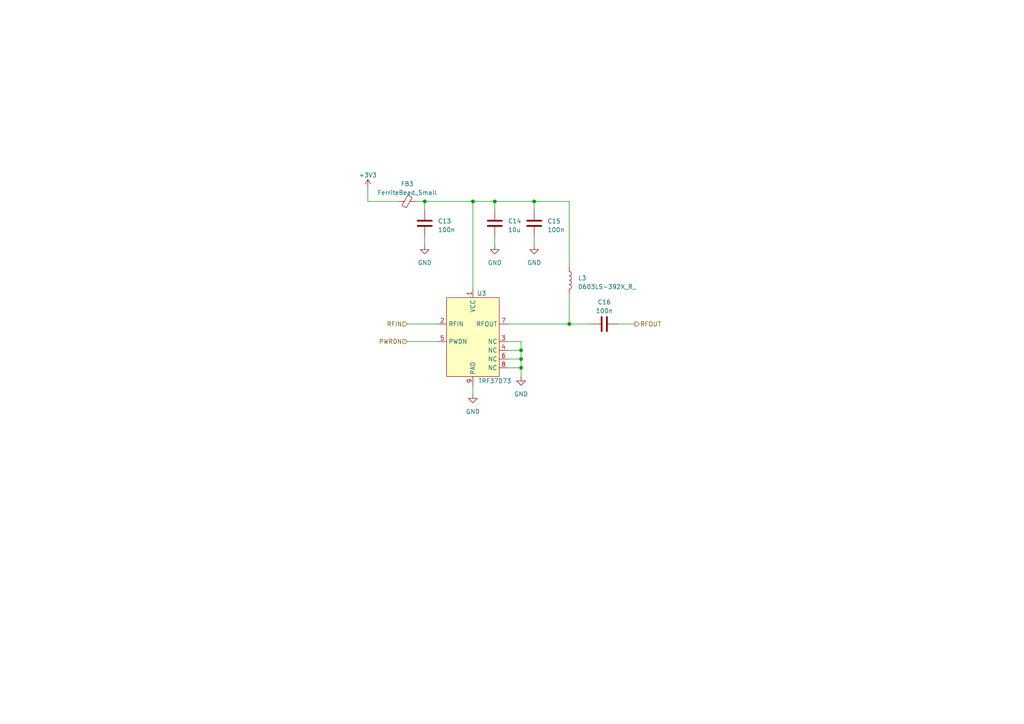
<source format=kicad_sch>
(kicad_sch (version 20210406) (generator eeschema)
  (paper "A4")
  (lib_symbols
    (symbol "Device:C" (pin_numbers hide) (pin_names (offset 0.254))
      (property "Reference" "C" (at 0.635 2.54 0))
      (property "Value" "C" (at 0.635 -2.54 0))
      (symbol "C_0_1"
        (polyline (pts (xy -2.032 -0.762) (xy 2.032 -0.762)) (stroke (width 0.508)))
        (polyline (pts (xy -2.032 0.762) (xy 2.032 0.762)) (stroke (width 0.508)))
      )
      (symbol "C_1_1"
        (pin passive line (at 0 3.81 270) (length 2.794) (name "~") (number "1"))
        (pin passive line (at 0 -3.81 90) (length 2.794) (name "~") (number "2"))
      )
    )
    (symbol "Device:FerriteBead_Small" (pin_numbers hide) (pin_names (offset 0))
      (property "Reference" "FB" (at 1.905 1.27 0))
      (property "Value" "FerriteBead_Small" (at 1.905 -1.27 0))
      (symbol "FerriteBead_Small_0_1"
        (polyline (pts (xy 0 -1.27) (xy 0 -0.7874)))
        (polyline (pts (xy 0 0.889) (xy 0 1.2954)))
        (polyline (pts (xy -1.8288 0.2794) (xy -1.1176 1.4986) (xy 1.8288 -0.2032) (xy 1.1176 -1.4224) (xy -1.8288 0.2794)))
      )
      (symbol "FerriteBead_Small_1_1"
        (pin passive line (at 0 2.54 270) (length 1.27) (name "~") (number "1"))
        (pin passive line (at 0 -2.54 90) (length 1.27) (name "~") (number "2"))
      )
    )
    (symbol "Device:L" (pin_numbers hide) (pin_names (offset 1.016) hide)
      (property "Reference" "L" (at -1.27 0 90))
      (property "Value" "L" (at 1.905 0 90))
      (symbol "L_0_1"
        (arc (start 0 -2.54) (end 0 -1.27) (radius (at 0 -1.905) (length 0.635) (angles -89.9 89.9)))
        (arc (start 0 -1.27) (end 0 0) (radius (at 0 -0.635) (length 0.635) (angles -89.9 89.9)))
        (arc (start 0 0) (end 0 1.27) (radius (at 0 0.635) (length 0.635) (angles -89.9 89.9)))
        (arc (start 0 1.27) (end 0 2.54) (radius (at 0 1.905) (length 0.635) (angles -89.9 89.9)))
      )
      (symbol "L_1_1"
        (pin passive line (at 0 3.81 270) (length 1.27) (name "1") (number "1"))
        (pin passive line (at 0 -3.81 90) (length 1.27) (name "2") (number "2"))
      )
    )
    (symbol "RF_WUT:TRF37D73"
      (property "Reference" "U" (at 3.81 8.89 0))
      (property "Value" "TRF37D73" (at 6.35 -16.51 0))
      (symbol "TRF37D73_0_1"
        (rectangle (start 7.62 7.62) (end -7.62 -15.24) (stroke (width 0.1524)) (fill (type background)))
      )
      (symbol "TRF37D73_1_1"
        (pin power_in line (at 0 10.16 270) (length 2.54) (name "VCC") (number "1"))
        (pin input line (at -10.16 0 0) (length 2.54) (name "RFIN") (number "2"))
        (pin passive line (at 10.16 -5.08 180) (length 2.54) (name "NC") (number "3"))
        (pin passive line (at 10.16 -7.62 180) (length 2.54) (name "NC") (number "4"))
        (pin passive line (at -10.16 -5.08 0) (length 2.54) (name "PWDN") (number "5"))
        (pin passive line (at 10.16 -10.16 180) (length 2.54) (name "NC") (number "6"))
        (pin output line (at 10.16 0 180) (length 2.54) (name "RFOUT") (number "7"))
        (pin passive line (at 10.16 -12.7 180) (length 2.54) (name "NC") (number "8"))
        (pin passive line (at 0 -17.78 90) (length 2.54) (name "PAD") (number "9"))
      )
    )
    (symbol "power:+3.3V" (power) (pin_names (offset 0))
      (property "Value" "+3.3V" (at 0 3.556 0))
      (symbol "+3.3V_0_1"
        (polyline (pts (xy -0.762 1.27) (xy 0 2.54)))
        (polyline (pts (xy 0 0) (xy 0 2.54)))
        (polyline (pts (xy 0 2.54) (xy 0.762 1.27)))
      )
      (symbol "+3.3V_1_1"
        (pin power_in line (at 0 0 90) (length 0) hide (name "+3V3") (number "1"))
      )
    )
    (symbol "power:GND" (power) (pin_names (offset 0))
      (property "Value" "GND" (at 0 -3.81 0))
      (symbol "GND_0_1"
        (polyline (pts (xy 0 0) (xy 0 -1.27) (xy 1.27 -1.27) (xy 0 -2.54) (xy -1.27 -1.27) (xy 0 -1.27)))
      )
      (symbol "GND_1_1"
        (pin power_in line (at 0 0 270) (length 0) hide (name "GND") (number "1"))
      )
    )
  )
  (junction (at 123.19 58.42) (diameter 0.9144))
  (junction (at 137.16 58.42) (diameter 0.9144))
  (junction (at 143.51 58.42) (diameter 0.9144))
  (junction (at 151.13 101.6) (diameter 0.9144))
  (junction (at 151.13 104.14) (diameter 0.9144))
  (junction (at 151.13 106.68) (diameter 0.9144))
  (junction (at 154.94 58.42) (diameter 0.9144))
  (junction (at 165.1 93.98) (diameter 0.9144))
  (wire (pts (xy 106.68 58.42) (xy 106.68 54.61)))
  (wire (pts (xy 115.57 58.42) (xy 106.68 58.42)))
  (wire (pts (xy 118.11 93.98) (xy 127 93.98)))
  (wire (pts (xy 118.11 99.06) (xy 127 99.06)))
  (wire (pts (xy 120.65 58.42) (xy 123.19 58.42)))
  (wire (pts (xy 123.19 58.42) (xy 123.19 60.96)))
  (wire (pts (xy 123.19 58.42) (xy 137.16 58.42)))
  (wire (pts (xy 123.19 68.58) (xy 123.19 71.12)))
  (wire (pts (xy 137.16 58.42) (xy 137.16 83.82)))
  (wire (pts (xy 137.16 111.76) (xy 137.16 114.3)))
  (wire (pts (xy 143.51 58.42) (xy 137.16 58.42)))
  (wire (pts (xy 143.51 58.42) (xy 143.51 60.96)))
  (wire (pts (xy 143.51 58.42) (xy 154.94 58.42)))
  (wire (pts (xy 143.51 68.58) (xy 143.51 71.12)))
  (wire (pts (xy 147.32 93.98) (xy 165.1 93.98)))
  (wire (pts (xy 147.32 99.06) (xy 151.13 99.06)))
  (wire (pts (xy 147.32 101.6) (xy 151.13 101.6)))
  (wire (pts (xy 147.32 104.14) (xy 151.13 104.14)))
  (wire (pts (xy 147.32 106.68) (xy 151.13 106.68)))
  (wire (pts (xy 151.13 99.06) (xy 151.13 101.6)))
  (wire (pts (xy 151.13 101.6) (xy 151.13 104.14)))
  (wire (pts (xy 151.13 104.14) (xy 151.13 106.68)))
  (wire (pts (xy 151.13 106.68) (xy 151.13 109.22)))
  (wire (pts (xy 154.94 58.42) (xy 154.94 60.96)))
  (wire (pts (xy 154.94 68.58) (xy 154.94 71.12)))
  (wire (pts (xy 165.1 58.42) (xy 154.94 58.42)))
  (wire (pts (xy 165.1 58.42) (xy 165.1 77.47)))
  (wire (pts (xy 165.1 85.09) (xy 165.1 93.98)))
  (wire (pts (xy 165.1 93.98) (xy 171.45 93.98)))
  (wire (pts (xy 179.07 93.98) (xy 184.15 93.98)))
  (hierarchical_label "RFIN" (shape input) (at 118.11 93.98 180))
  (hierarchical_label "PWRDN" (shape input) (at 118.11 99.06 180))
  (hierarchical_label "RFOUT" (shape output) (at 184.15 93.98 0))
  (symbol (lib_id "power:+3.3V") (at 106.68 54.61 0)
    (property "Reference" "#PWR029" (effects hide))
    (property "Value" "+3.3V" (at 106.68 50.8 0))
  )
  (symbol (lib_id "power:GND") (at 123.19 71.12 0)
    (property "Reference" "#PWR030" (effects hide))
    (property "Value" "GND" (at 123.19 76.2 0))
  )
  (symbol (lib_id "power:GND") (at 137.16 114.3 0)
    (property "Reference" "#PWR031" (effects hide))
    (property "Value" "GND" (at 137.16 119.38 0))
  )
  (symbol (lib_id "power:GND") (at 143.51 71.12 0)
    (property "Reference" "#PWR032" (effects hide))
    (property "Value" "GND" (at 143.51 76.2 0))
  )
  (symbol (lib_id "power:GND") (at 151.13 109.22 0)
    (property "Reference" "#PWR033" (effects hide))
    (property "Value" "GND" (at 151.13 114.3 0))
  )
  (symbol (lib_id "power:GND") (at 154.94 71.12 0)
    (property "Reference" "#PWR034" (effects hide))
    (property "Value" "GND" (at 154.94 76.2 0))
  )
  (symbol (lib_id "Device:L") (at 165.1 81.28 0)
    (property "Reference" "L3" (at 167.64 80.6449 0) (effects (justify left)))
    (property "Value" "0603LS-392X_R_ " (at 167.64 83.1849 0) (effects (justify left)))
    (property "Footprint" "Inductor_SMD:L_0603_1608Metric" (effects hide))
  )
  (symbol (lib_id "Device:FerriteBead_Small") (at 118.11 58.42 90)
    (property "Reference" "FB3" (at 118.11 53.34 90))
    (property "Value" "FerriteBead_Small" (at 118.11 55.88 90))
    (property "Footprint" "Inductor_SMD:L_0402_1005Metric" (effects hide))
  )
  (symbol (lib_id "Device:C") (at 123.19 64.77 0)
    (property "Reference" "C13" (at 127 64.1349 0) (effects (justify left)))
    (property "Value" "100n" (at 127 66.6749 0) (effects (justify left)))
    (property "Footprint" "Capacitor_SMD:C_0402_1005Metric" (effects hide))
  )
  (symbol (lib_id "Device:C") (at 143.51 64.77 0)
    (property "Reference" "C14" (at 147.32 64.1349 0) (effects (justify left)))
    (property "Value" "10u" (at 147.32 66.6749 0) (effects (justify left)))
    (property "Footprint" "Capacitor_SMD:C_0402_1005Metric" (effects hide))
  )
  (symbol (lib_id "Device:C") (at 154.94 64.77 0)
    (property "Reference" "C15" (at 158.75 64.1349 0) (effects (justify left)))
    (property "Value" "100n" (at 158.75 66.6749 0) (effects (justify left)))
    (property "Footprint" "Capacitor_SMD:C_0402_1005Metric" (effects hide))
  )
  (symbol (lib_id "Device:C") (at 175.26 93.98 90)
    (property "Reference" "C16" (at 175.26 87.63 90))
    (property "Value" "100n" (at 175.26 90.17 90))
    (property "Footprint" "Capacitor_SMD:C_0402_1005Metric" (effects hide))
  )
  (symbol (lib_id "RF_WUT:TRF37D73") (at 137.16 93.98 0)
    (property "Reference" "U3" (at 139.7 85.09 0))
    (property "Value" "TRF37D73" (at 143.51 110.49 0))
    (property "Footprint" "Package_SON:WSON-8-1EP_2x2mm_P0.5mm_EP0.9x1.6mm" (effects hide))
    (property "Datasheet" "https://www.ti.com/lit/ds/symlink/trf37d73.pdf?HQS=dis-mous-null-mousermode-dsf-pf-null-wwe&ts=1622812497705&ref_url=https%253A%252F%252Fwww.mouser.de%252F" (effects hide))
  )
)
</source>
